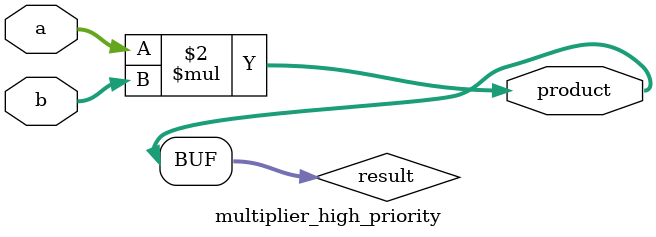
<source format=sv>
module multiplier_high_priority (
    input [7:0] a, 
    input [7:0] b,
    output [15:0] product
);
    reg [15:0] result;
    always @(*) begin
        result = a * b;
    end
    assign product = result;
endmodule

</source>
